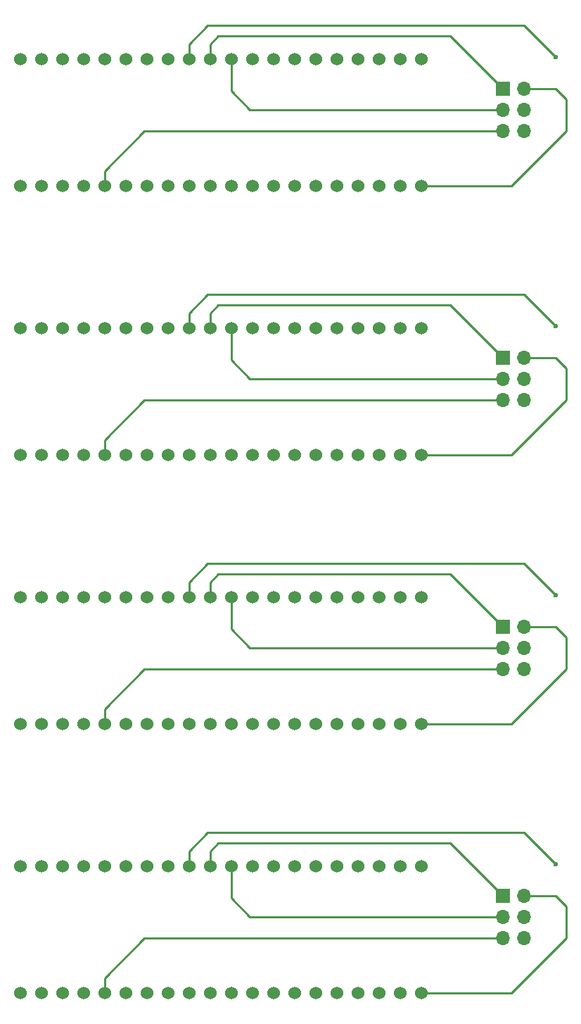
<source format=gbl>
G04 #@! TF.FileFunction,Copper,L2,Bot,Signal*
%FSLAX46Y46*%
G04 Gerber Fmt 4.6, Leading zero omitted, Abs format (unit mm)*
G04 Created by KiCad (PCBNEW 4.0.6) date Tue Apr 18 22:00:09 2017*
%MOMM*%
%LPD*%
G01*
G04 APERTURE LIST*
%ADD10C,0.100000*%
%ADD11R,1.700000X1.700000*%
%ADD12O,1.700000X1.700000*%
%ADD13C,1.524000*%
%ADD14C,0.600000*%
%ADD15C,0.250000*%
G04 APERTURE END LIST*
D10*
D11*
X110490000Y-96520000D03*
D12*
X113030000Y-96520000D03*
X110490000Y-99060000D03*
X113030000Y-99060000D03*
X110490000Y-101600000D03*
X113030000Y-101600000D03*
D13*
X52345001Y-108225001D03*
X54885001Y-108225001D03*
X57425001Y-108225001D03*
X59965001Y-108225001D03*
X62505001Y-108225001D03*
X65045001Y-108225001D03*
X67585001Y-108225001D03*
X70125001Y-108225001D03*
X72665001Y-108225001D03*
X75205001Y-108225001D03*
X77745001Y-108225001D03*
X80285001Y-108225001D03*
X82825001Y-108225001D03*
X85365001Y-108225001D03*
X87905001Y-108225001D03*
X90445001Y-108225001D03*
X92985001Y-108225001D03*
X95525001Y-108225001D03*
X98065001Y-108225001D03*
X100605001Y-108225001D03*
X100605001Y-92985001D03*
X98065001Y-92985001D03*
X95525001Y-92985001D03*
X92985001Y-92985001D03*
X90445001Y-92985001D03*
X87905001Y-92985001D03*
X85365001Y-92985001D03*
X82825001Y-92985001D03*
X80285001Y-92985001D03*
X77745001Y-92985001D03*
X75205001Y-92985001D03*
X72665001Y-92985001D03*
X70125001Y-92985001D03*
X67585001Y-92985001D03*
X65045001Y-92985001D03*
X62505001Y-92985001D03*
X59965001Y-92985001D03*
X57425001Y-92985001D03*
X54885001Y-92985001D03*
X52345001Y-92985001D03*
D11*
X110490000Y-128860000D03*
D12*
X113030000Y-128860000D03*
X110490000Y-131400000D03*
X113030000Y-131400000D03*
X110490000Y-133940000D03*
X113030000Y-133940000D03*
D13*
X52345001Y-140565001D03*
X54885001Y-140565001D03*
X57425001Y-140565001D03*
X59965001Y-140565001D03*
X62505001Y-140565001D03*
X65045001Y-140565001D03*
X67585001Y-140565001D03*
X70125001Y-140565001D03*
X72665001Y-140565001D03*
X75205001Y-140565001D03*
X77745001Y-140565001D03*
X80285001Y-140565001D03*
X82825001Y-140565001D03*
X85365001Y-140565001D03*
X87905001Y-140565001D03*
X90445001Y-140565001D03*
X92985001Y-140565001D03*
X95525001Y-140565001D03*
X98065001Y-140565001D03*
X100605001Y-140565001D03*
X100605001Y-125325001D03*
X98065001Y-125325001D03*
X95525001Y-125325001D03*
X92985001Y-125325001D03*
X90445001Y-125325001D03*
X87905001Y-125325001D03*
X85365001Y-125325001D03*
X82825001Y-125325001D03*
X80285001Y-125325001D03*
X77745001Y-125325001D03*
X75205001Y-125325001D03*
X72665001Y-125325001D03*
X70125001Y-125325001D03*
X67585001Y-125325001D03*
X65045001Y-125325001D03*
X62505001Y-125325001D03*
X59965001Y-125325001D03*
X57425001Y-125325001D03*
X54885001Y-125325001D03*
X52345001Y-125325001D03*
D11*
X110490000Y-64180000D03*
D12*
X113030000Y-64180000D03*
X110490000Y-66720000D03*
X113030000Y-66720000D03*
X110490000Y-69260000D03*
X113030000Y-69260000D03*
D13*
X52345001Y-75885001D03*
X54885001Y-75885001D03*
X57425001Y-75885001D03*
X59965001Y-75885001D03*
X62505001Y-75885001D03*
X65045001Y-75885001D03*
X67585001Y-75885001D03*
X70125001Y-75885001D03*
X72665001Y-75885001D03*
X75205001Y-75885001D03*
X77745001Y-75885001D03*
X80285001Y-75885001D03*
X82825001Y-75885001D03*
X85365001Y-75885001D03*
X87905001Y-75885001D03*
X90445001Y-75885001D03*
X92985001Y-75885001D03*
X95525001Y-75885001D03*
X98065001Y-75885001D03*
X100605001Y-75885001D03*
X100605001Y-60645001D03*
X98065001Y-60645001D03*
X95525001Y-60645001D03*
X92985001Y-60645001D03*
X90445001Y-60645001D03*
X87905001Y-60645001D03*
X85365001Y-60645001D03*
X82825001Y-60645001D03*
X80285001Y-60645001D03*
X77745001Y-60645001D03*
X75205001Y-60645001D03*
X72665001Y-60645001D03*
X70125001Y-60645001D03*
X67585001Y-60645001D03*
X65045001Y-60645001D03*
X62505001Y-60645001D03*
X59965001Y-60645001D03*
X57425001Y-60645001D03*
X54885001Y-60645001D03*
X52345001Y-60645001D03*
D11*
X110490000Y-31840000D03*
D12*
X113030000Y-31840000D03*
X110490000Y-34380000D03*
X113030000Y-34380000D03*
X110490000Y-36920000D03*
X113030000Y-36920000D03*
D13*
X52345001Y-43545001D03*
X54885001Y-43545001D03*
X57425001Y-43545001D03*
X59965001Y-43545001D03*
X62505001Y-43545001D03*
X65045001Y-43545001D03*
X67585001Y-43545001D03*
X70125001Y-43545001D03*
X72665001Y-43545001D03*
X75205001Y-43545001D03*
X77745001Y-43545001D03*
X80285001Y-43545001D03*
X82825001Y-43545001D03*
X85365001Y-43545001D03*
X87905001Y-43545001D03*
X90445001Y-43545001D03*
X92985001Y-43545001D03*
X95525001Y-43545001D03*
X98065001Y-43545001D03*
X100605001Y-43545001D03*
X100605001Y-28305001D03*
X98065001Y-28305001D03*
X95525001Y-28305001D03*
X92985001Y-28305001D03*
X90445001Y-28305001D03*
X87905001Y-28305001D03*
X85365001Y-28305001D03*
X82825001Y-28305001D03*
X80285001Y-28305001D03*
X77745001Y-28305001D03*
X75205001Y-28305001D03*
X72665001Y-28305001D03*
X70125001Y-28305001D03*
X67585001Y-28305001D03*
X65045001Y-28305001D03*
X62505001Y-28305001D03*
X59965001Y-28305001D03*
X57425001Y-28305001D03*
X54885001Y-28305001D03*
X52345001Y-28305001D03*
D14*
X116840000Y-92710000D03*
X116840000Y-125050000D03*
X116840000Y-60370000D03*
X116840000Y-28030000D03*
D15*
X75205001Y-92985001D02*
X75205001Y-91164999D01*
X104140000Y-90170000D02*
X110490000Y-96520000D01*
X76200000Y-90170000D02*
X104140000Y-90170000D01*
X75205001Y-91164999D02*
X76200000Y-90170000D01*
X77745001Y-92985001D02*
X77745001Y-96795001D01*
X80010000Y-99060000D02*
X110490000Y-99060000D01*
X77745001Y-96795001D02*
X80010000Y-99060000D01*
X72665001Y-92985001D02*
X72665001Y-91164999D01*
X113030000Y-88900000D02*
X116840000Y-92710000D01*
X74930000Y-88900000D02*
X113030000Y-88900000D01*
X72665001Y-91164999D02*
X74930000Y-88900000D01*
X62505001Y-108225001D02*
X62505001Y-106404999D01*
X67310000Y-101600000D02*
X110490000Y-101600000D01*
X62505001Y-106404999D02*
X67310000Y-101600000D01*
X100605001Y-108225001D02*
X111484999Y-108225001D01*
X116840000Y-96520000D02*
X113030000Y-96520000D01*
X118110000Y-97790000D02*
X116840000Y-96520000D01*
X118110000Y-101600000D02*
X118110000Y-97790000D01*
X111484999Y-108225001D02*
X118110000Y-101600000D01*
X75205001Y-125325001D02*
X75205001Y-123504999D01*
X104140000Y-122510000D02*
X110490000Y-128860000D01*
X76200000Y-122510000D02*
X104140000Y-122510000D01*
X75205001Y-123504999D02*
X76200000Y-122510000D01*
X100605001Y-140565001D02*
X111484999Y-140565001D01*
X116840000Y-128860000D02*
X113030000Y-128860000D01*
X118110000Y-130130000D02*
X116840000Y-128860000D01*
X118110000Y-133940000D02*
X118110000Y-130130000D01*
X111484999Y-140565001D02*
X118110000Y-133940000D01*
X77745001Y-125325001D02*
X77745001Y-129135001D01*
X80010000Y-131400000D02*
X110490000Y-131400000D01*
X77745001Y-129135001D02*
X80010000Y-131400000D01*
X72665001Y-125325001D02*
X72665001Y-123504999D01*
X113030000Y-121240000D02*
X116840000Y-125050000D01*
X74930000Y-121240000D02*
X113030000Y-121240000D01*
X72665001Y-123504999D02*
X74930000Y-121240000D01*
X62505001Y-140565001D02*
X62505001Y-138744999D01*
X67310000Y-133940000D02*
X110490000Y-133940000D01*
X62505001Y-138744999D02*
X67310000Y-133940000D01*
X75205001Y-60645001D02*
X75205001Y-58824999D01*
X104140000Y-57830000D02*
X110490000Y-64180000D01*
X76200000Y-57830000D02*
X104140000Y-57830000D01*
X75205001Y-58824999D02*
X76200000Y-57830000D01*
X100605001Y-75885001D02*
X111484999Y-75885001D01*
X116840000Y-64180000D02*
X113030000Y-64180000D01*
X118110000Y-65450000D02*
X116840000Y-64180000D01*
X118110000Y-69260000D02*
X118110000Y-65450000D01*
X111484999Y-75885001D02*
X118110000Y-69260000D01*
X77745001Y-60645001D02*
X77745001Y-64455001D01*
X80010000Y-66720000D02*
X110490000Y-66720000D01*
X77745001Y-64455001D02*
X80010000Y-66720000D01*
X72665001Y-60645001D02*
X72665001Y-58824999D01*
X113030000Y-56560000D02*
X116840000Y-60370000D01*
X74930000Y-56560000D02*
X113030000Y-56560000D01*
X72665001Y-58824999D02*
X74930000Y-56560000D01*
X62505001Y-75885001D02*
X62505001Y-74064999D01*
X67310000Y-69260000D02*
X110490000Y-69260000D01*
X62505001Y-74064999D02*
X67310000Y-69260000D01*
X75205001Y-28305001D02*
X75205001Y-26484999D01*
X104140000Y-25490000D02*
X110490000Y-31840000D01*
X76200000Y-25490000D02*
X104140000Y-25490000D01*
X75205001Y-26484999D02*
X76200000Y-25490000D01*
X100605001Y-43545001D02*
X111484999Y-43545001D01*
X116840000Y-31840000D02*
X113030000Y-31840000D01*
X118110000Y-33110000D02*
X116840000Y-31840000D01*
X118110000Y-36920000D02*
X118110000Y-33110000D01*
X111484999Y-43545001D02*
X118110000Y-36920000D01*
X77745001Y-28305001D02*
X77745001Y-32115001D01*
X80010000Y-34380000D02*
X110490000Y-34380000D01*
X77745001Y-32115001D02*
X80010000Y-34380000D01*
X72665001Y-28305001D02*
X72665001Y-26484999D01*
X113030000Y-24220000D02*
X116840000Y-28030000D01*
X74930000Y-24220000D02*
X113030000Y-24220000D01*
X72665001Y-26484999D02*
X74930000Y-24220000D01*
X62505001Y-43545001D02*
X62505001Y-41724999D01*
X67310000Y-36920000D02*
X110490000Y-36920000D01*
X62505001Y-41724999D02*
X67310000Y-36920000D01*
M02*

</source>
